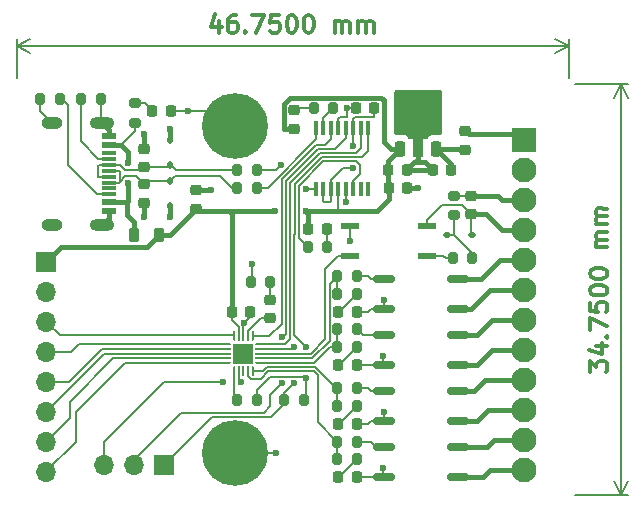
<source format=gbr>
%TF.GenerationSoftware,KiCad,Pcbnew,8.0.5*%
%TF.CreationDate,2024-10-20T23:26:53-04:00*%
%TF.ProjectId,Sequencer,53657175-656e-4636-9572-2e6b69636164,rev?*%
%TF.SameCoordinates,Original*%
%TF.FileFunction,Copper,L1,Top*%
%TF.FilePolarity,Positive*%
%FSLAX46Y46*%
G04 Gerber Fmt 4.6, Leading zero omitted, Abs format (unit mm)*
G04 Created by KiCad (PCBNEW 8.0.5) date 2024-10-20 23:26:53*
%MOMM*%
%LPD*%
G01*
G04 APERTURE LIST*
G04 Aperture macros list*
%AMRoundRect*
0 Rectangle with rounded corners*
0 $1 Rounding radius*
0 $2 $3 $4 $5 $6 $7 $8 $9 X,Y pos of 4 corners*
0 Add a 4 corners polygon primitive as box body*
4,1,4,$2,$3,$4,$5,$6,$7,$8,$9,$2,$3,0*
0 Add four circle primitives for the rounded corners*
1,1,$1+$1,$2,$3*
1,1,$1+$1,$4,$5*
1,1,$1+$1,$6,$7*
1,1,$1+$1,$8,$9*
0 Add four rect primitives between the rounded corners*
20,1,$1+$1,$2,$3,$4,$5,0*
20,1,$1+$1,$4,$5,$6,$7,0*
20,1,$1+$1,$6,$7,$8,$9,0*
20,1,$1+$1,$8,$9,$2,$3,0*%
%AMFreePoly0*
4,1,14,0.334644,0.085355,0.385355,0.034644,0.400000,-0.000711,0.400000,-0.050000,0.385355,-0.085355,0.350000,-0.100000,-0.350000,-0.100000,-0.385355,-0.085355,-0.400000,-0.050000,-0.400000,0.050000,-0.385355,0.085355,-0.350000,0.100000,0.299289,0.100000,0.334644,0.085355,0.334644,0.085355,$1*%
%AMFreePoly1*
4,1,14,0.385355,0.085355,0.400000,0.050000,0.400000,0.000711,0.385355,-0.034644,0.334644,-0.085355,0.299289,-0.100000,-0.350000,-0.100000,-0.385355,-0.085355,-0.400000,-0.050000,-0.400000,0.050000,-0.385355,0.085355,-0.350000,0.100000,0.350000,0.100000,0.385355,0.085355,0.385355,0.085355,$1*%
%AMFreePoly2*
4,1,14,0.085355,0.385355,0.100000,0.350000,0.100000,-0.350000,0.085355,-0.385355,0.050000,-0.400000,-0.050000,-0.400000,-0.085355,-0.385355,-0.100000,-0.350000,-0.100000,0.299289,-0.085355,0.334644,-0.034644,0.385355,0.000711,0.400000,0.050000,0.400000,0.085355,0.385355,0.085355,0.385355,$1*%
%AMFreePoly3*
4,1,14,0.034644,0.385355,0.085355,0.334644,0.100000,0.299289,0.100000,-0.350000,0.085355,-0.385355,0.050000,-0.400000,-0.050000,-0.400000,-0.085355,-0.385355,-0.100000,-0.350000,-0.100000,0.350000,-0.085355,0.385355,-0.050000,0.400000,-0.000711,0.400000,0.034644,0.385355,0.034644,0.385355,$1*%
%AMFreePoly4*
4,1,14,0.385355,0.085355,0.400000,0.050000,0.400000,-0.050000,0.385355,-0.085355,0.350000,-0.100000,-0.299289,-0.100000,-0.334644,-0.085355,-0.385355,-0.034644,-0.400000,0.000711,-0.400000,0.050000,-0.385355,0.085355,-0.350000,0.100000,0.350000,0.100000,0.385355,0.085355,0.385355,0.085355,$1*%
%AMFreePoly5*
4,1,14,0.385355,0.085355,0.400000,0.050000,0.400000,-0.050000,0.385355,-0.085355,0.350000,-0.100000,-0.350000,-0.100000,-0.385355,-0.085355,-0.400000,-0.050000,-0.400000,-0.000711,-0.385355,0.034644,-0.334644,0.085355,-0.299289,0.100000,0.350000,0.100000,0.385355,0.085355,0.385355,0.085355,$1*%
%AMFreePoly6*
4,1,14,0.085355,0.385355,0.100000,0.350000,0.100000,-0.299289,0.085355,-0.334644,0.034644,-0.385355,-0.000711,-0.400000,-0.050000,-0.400000,-0.085355,-0.385355,-0.100000,-0.350000,-0.100000,0.350000,-0.085355,0.385355,-0.050000,0.400000,0.050000,0.400000,0.085355,0.385355,0.085355,0.385355,$1*%
%AMFreePoly7*
4,1,14,0.085355,0.385355,0.100000,0.350000,0.100000,-0.350000,0.085355,-0.385355,0.050000,-0.400000,0.000711,-0.400000,-0.034644,-0.385355,-0.085355,-0.334644,-0.100000,-0.299289,-0.100000,0.350000,-0.085355,0.385355,-0.050000,0.400000,0.050000,0.400000,0.085355,0.385355,0.085355,0.385355,$1*%
%AMFreePoly8*
4,1,9,3.862500,-0.866500,0.737500,-0.866500,0.737500,-0.450000,-0.737500,-0.450000,-0.737500,0.450000,0.737500,0.450000,0.737500,0.866500,3.862500,0.866500,3.862500,-0.866500,3.862500,-0.866500,$1*%
G04 Aperture macros list end*
%ADD10C,0.300000*%
%TA.AperFunction,NonConductor*%
%ADD11C,0.300000*%
%TD*%
%TA.AperFunction,NonConductor*%
%ADD12C,0.200000*%
%TD*%
%TA.AperFunction,SMDPad,CuDef*%
%ADD13RoundRect,0.218750X-0.256250X0.218750X-0.256250X-0.218750X0.256250X-0.218750X0.256250X0.218750X0*%
%TD*%
%TA.AperFunction,SMDPad,CuDef*%
%ADD14RoundRect,0.225000X-0.225000X-0.250000X0.225000X-0.250000X0.225000X0.250000X-0.225000X0.250000X0*%
%TD*%
%TA.AperFunction,SMDPad,CuDef*%
%ADD15RoundRect,0.225000X0.225000X0.250000X-0.225000X0.250000X-0.225000X-0.250000X0.225000X-0.250000X0*%
%TD*%
%TA.AperFunction,SMDPad,CuDef*%
%ADD16RoundRect,0.150000X-0.750000X-0.150000X0.750000X-0.150000X0.750000X0.150000X-0.750000X0.150000X0*%
%TD*%
%TA.AperFunction,SMDPad,CuDef*%
%ADD17R,1.240000X0.600000*%
%TD*%
%TA.AperFunction,SMDPad,CuDef*%
%ADD18R,1.240000X0.300000*%
%TD*%
%TA.AperFunction,ComponentPad*%
%ADD19O,2.100000X1.000000*%
%TD*%
%TA.AperFunction,ComponentPad*%
%ADD20O,1.800000X1.000000*%
%TD*%
%TA.AperFunction,SMDPad,CuDef*%
%ADD21FreePoly0,270.000000*%
%TD*%
%TA.AperFunction,SMDPad,CuDef*%
%ADD22RoundRect,0.050000X-0.050000X0.350000X-0.050000X-0.350000X0.050000X-0.350000X0.050000X0.350000X0*%
%TD*%
%TA.AperFunction,SMDPad,CuDef*%
%ADD23FreePoly1,270.000000*%
%TD*%
%TA.AperFunction,SMDPad,CuDef*%
%ADD24FreePoly2,270.000000*%
%TD*%
%TA.AperFunction,SMDPad,CuDef*%
%ADD25RoundRect,0.050000X-0.350000X0.050000X-0.350000X-0.050000X0.350000X-0.050000X0.350000X0.050000X0*%
%TD*%
%TA.AperFunction,SMDPad,CuDef*%
%ADD26FreePoly3,270.000000*%
%TD*%
%TA.AperFunction,SMDPad,CuDef*%
%ADD27FreePoly4,270.000000*%
%TD*%
%TA.AperFunction,SMDPad,CuDef*%
%ADD28FreePoly5,270.000000*%
%TD*%
%TA.AperFunction,SMDPad,CuDef*%
%ADD29FreePoly6,270.000000*%
%TD*%
%TA.AperFunction,SMDPad,CuDef*%
%ADD30FreePoly7,270.000000*%
%TD*%
%TA.AperFunction,HeatsinkPad*%
%ADD31R,1.700000X1.700000*%
%TD*%
%TA.AperFunction,SMDPad,CuDef*%
%ADD32RoundRect,0.200000X0.200000X0.275000X-0.200000X0.275000X-0.200000X-0.275000X0.200000X-0.275000X0*%
%TD*%
%TA.AperFunction,SMDPad,CuDef*%
%ADD33RoundRect,0.200000X-0.200000X-0.275000X0.200000X-0.275000X0.200000X0.275000X-0.200000X0.275000X0*%
%TD*%
%TA.AperFunction,SMDPad,CuDef*%
%ADD34RoundRect,0.137500X0.662500X0.137500X-0.662500X0.137500X-0.662500X-0.137500X0.662500X-0.137500X0*%
%TD*%
%TA.AperFunction,SMDPad,CuDef*%
%ADD35RoundRect,0.225000X0.250000X-0.225000X0.250000X0.225000X-0.250000X0.225000X-0.250000X-0.225000X0*%
%TD*%
%TA.AperFunction,SMDPad,CuDef*%
%ADD36RoundRect,0.112500X-0.112500X0.187500X-0.112500X-0.187500X0.112500X-0.187500X0.112500X0.187500X0*%
%TD*%
%TA.AperFunction,SMDPad,CuDef*%
%ADD37RoundRect,0.218750X0.218750X0.256250X-0.218750X0.256250X-0.218750X-0.256250X0.218750X-0.256250X0*%
%TD*%
%TA.AperFunction,SMDPad,CuDef*%
%ADD38RoundRect,0.218750X-0.218750X-0.381250X0.218750X-0.381250X0.218750X0.381250X-0.218750X0.381250X0*%
%TD*%
%TA.AperFunction,SMDPad,CuDef*%
%ADD39RoundRect,0.225000X0.225000X-0.425000X0.225000X0.425000X-0.225000X0.425000X-0.225000X-0.425000X0*%
%TD*%
%TA.AperFunction,SMDPad,CuDef*%
%ADD40FreePoly8,90.000000*%
%TD*%
%TA.AperFunction,SMDPad,CuDef*%
%ADD41R,0.400000X1.200000*%
%TD*%
%TA.AperFunction,SMDPad,CuDef*%
%ADD42RoundRect,0.200000X-0.275000X0.200000X-0.275000X-0.200000X0.275000X-0.200000X0.275000X0.200000X0*%
%TD*%
%TA.AperFunction,ComponentPad*%
%ADD43R,1.700000X1.700000*%
%TD*%
%TA.AperFunction,ComponentPad*%
%ADD44O,1.700000X1.700000*%
%TD*%
%TA.AperFunction,SMDPad,CuDef*%
%ADD45RoundRect,0.225000X-0.250000X0.225000X-0.250000X-0.225000X0.250000X-0.225000X0.250000X0.225000X0*%
%TD*%
%TA.AperFunction,SMDPad,CuDef*%
%ADD46RoundRect,0.112500X-0.187500X-0.112500X0.187500X-0.112500X0.187500X0.112500X-0.187500X0.112500X0*%
%TD*%
%TA.AperFunction,SMDPad,CuDef*%
%ADD47RoundRect,0.112500X0.112500X-0.187500X0.112500X0.187500X-0.112500X0.187500X-0.112500X-0.187500X0*%
%TD*%
%TA.AperFunction,SMDPad,CuDef*%
%ADD48RoundRect,0.218750X0.256250X-0.218750X0.256250X0.218750X-0.256250X0.218750X-0.256250X-0.218750X0*%
%TD*%
%TA.AperFunction,ComponentPad*%
%ADD49C,2.100000*%
%TD*%
%TA.AperFunction,ComponentPad*%
%ADD50R,2.100000X2.100000*%
%TD*%
%TA.AperFunction,ViaPad*%
%ADD51C,0.600000*%
%TD*%
%TA.AperFunction,ViaPad*%
%ADD52C,5.560000*%
%TD*%
%TA.AperFunction,Conductor*%
%ADD53C,0.400000*%
%TD*%
%TA.AperFunction,Conductor*%
%ADD54C,0.200000*%
%TD*%
%TA.AperFunction,Conductor*%
%ADD55C,0.152400*%
%TD*%
G04 APERTURE END LIST*
D10*
D11*
X181027448Y-73626016D02*
X181027983Y-72697444D01*
X181027983Y-72697444D02*
X181599124Y-73197773D01*
X181599124Y-73197773D02*
X181599247Y-72983488D01*
X181599247Y-72983488D02*
X181670758Y-72840672D01*
X181670758Y-72840672D02*
X181742227Y-72769284D01*
X181742227Y-72769284D02*
X181885126Y-72697938D01*
X181885126Y-72697938D02*
X182242268Y-72698143D01*
X182242268Y-72698143D02*
X182385084Y-72769654D01*
X182385084Y-72769654D02*
X182456472Y-72841124D01*
X182456472Y-72841124D02*
X182527818Y-72984022D01*
X182527818Y-72984022D02*
X182527572Y-73412593D01*
X182527572Y-73412593D02*
X182456061Y-73555409D01*
X182456061Y-73555409D02*
X182384591Y-73626797D01*
X181528723Y-71412019D02*
X182528723Y-71412594D01*
X180957089Y-71768832D02*
X182028312Y-72126592D01*
X182028312Y-72126592D02*
X182028846Y-71198021D01*
X182386318Y-70626798D02*
X182457787Y-70555411D01*
X182457787Y-70555411D02*
X182529175Y-70626880D01*
X182529175Y-70626880D02*
X182457705Y-70698268D01*
X182457705Y-70698268D02*
X182386318Y-70626798D01*
X182386318Y-70626798D02*
X182529175Y-70626880D01*
X181029504Y-70054588D02*
X181030079Y-69054588D01*
X181030079Y-69054588D02*
X182529709Y-69698309D01*
X181030819Y-67768875D02*
X181030408Y-68483160D01*
X181030408Y-68483160D02*
X181744653Y-68555000D01*
X181744653Y-68555000D02*
X181673265Y-68483530D01*
X181673265Y-68483530D02*
X181601919Y-68340632D01*
X181601919Y-68340632D02*
X181602125Y-67983489D01*
X181602125Y-67983489D02*
X181673635Y-67840673D01*
X181673635Y-67840673D02*
X181745105Y-67769286D01*
X181745105Y-67769286D02*
X181888003Y-67697940D01*
X181888003Y-67697940D02*
X182245146Y-67698145D01*
X182245146Y-67698145D02*
X182387962Y-67769656D01*
X182387962Y-67769656D02*
X182459350Y-67841126D01*
X182459350Y-67841126D02*
X182530696Y-67984024D01*
X182530696Y-67984024D02*
X182530490Y-68341167D01*
X182530490Y-68341167D02*
X182458980Y-68483983D01*
X182458980Y-68483983D02*
X182387510Y-68555370D01*
X181031395Y-66768875D02*
X181031477Y-66626018D01*
X181031477Y-66626018D02*
X181102988Y-66483202D01*
X181102988Y-66483202D02*
X181174458Y-66411815D01*
X181174458Y-66411815D02*
X181317356Y-66340469D01*
X181317356Y-66340469D02*
X181603111Y-66269204D01*
X181603111Y-66269204D02*
X181960254Y-66269410D01*
X181960254Y-66269410D02*
X182245927Y-66341003D01*
X182245927Y-66341003D02*
X182388743Y-66412514D01*
X182388743Y-66412514D02*
X182460131Y-66483983D01*
X182460131Y-66483983D02*
X182531477Y-66626882D01*
X182531477Y-66626882D02*
X182531395Y-66769739D01*
X182531395Y-66769739D02*
X182459884Y-66912555D01*
X182459884Y-66912555D02*
X182388414Y-66983942D01*
X182388414Y-66983942D02*
X182245516Y-67055289D01*
X182245516Y-67055289D02*
X181959761Y-67126553D01*
X181959761Y-67126553D02*
X181602618Y-67126347D01*
X181602618Y-67126347D02*
X181316945Y-67054754D01*
X181316945Y-67054754D02*
X181174129Y-66983243D01*
X181174129Y-66983243D02*
X181102741Y-66911774D01*
X181102741Y-66911774D02*
X181031395Y-66768875D01*
X181032217Y-65340305D02*
X181032299Y-65197448D01*
X181032299Y-65197448D02*
X181103810Y-65054632D01*
X181103810Y-65054632D02*
X181175280Y-64983244D01*
X181175280Y-64983244D02*
X181318178Y-64911898D01*
X181318178Y-64911898D02*
X181603933Y-64840634D01*
X181603933Y-64840634D02*
X181961076Y-64840839D01*
X181961076Y-64840839D02*
X182246749Y-64912432D01*
X182246749Y-64912432D02*
X182389565Y-64983943D01*
X182389565Y-64983943D02*
X182460953Y-65055413D01*
X182460953Y-65055413D02*
X182532299Y-65198311D01*
X182532299Y-65198311D02*
X182532217Y-65341168D01*
X182532217Y-65341168D02*
X182460706Y-65483984D01*
X182460706Y-65483984D02*
X182389236Y-65555371D01*
X182389236Y-65555371D02*
X182246338Y-65626718D01*
X182246338Y-65626718D02*
X181960583Y-65697982D01*
X181960583Y-65697982D02*
X181603440Y-65697776D01*
X181603440Y-65697776D02*
X181317767Y-65626183D01*
X181317767Y-65626183D02*
X181174951Y-65554673D01*
X181174951Y-65554673D02*
X181103564Y-65483203D01*
X181103564Y-65483203D02*
X181032217Y-65340305D01*
X182533532Y-63055455D02*
X181533533Y-63054879D01*
X181676390Y-63054961D02*
X181605002Y-62983492D01*
X181605002Y-62983492D02*
X181533656Y-62840593D01*
X181533656Y-62840593D02*
X181533779Y-62626308D01*
X181533779Y-62626308D02*
X181605290Y-62483492D01*
X181605290Y-62483492D02*
X181748188Y-62412145D01*
X181748188Y-62412145D02*
X182533902Y-62412598D01*
X181748188Y-62412145D02*
X181605372Y-62340635D01*
X181605372Y-62340635D02*
X181534026Y-62197736D01*
X181534026Y-62197736D02*
X181534149Y-61983451D01*
X181534149Y-61983451D02*
X181605660Y-61840635D01*
X181605660Y-61840635D02*
X181748558Y-61769288D01*
X181748558Y-61769288D02*
X182534272Y-61769741D01*
X182534684Y-61055455D02*
X181534684Y-61054879D01*
X181677541Y-61054962D02*
X181606153Y-60983492D01*
X181606153Y-60983492D02*
X181534807Y-60840594D01*
X181534807Y-60840594D02*
X181534930Y-60626308D01*
X181534930Y-60626308D02*
X181606441Y-60483492D01*
X181606441Y-60483492D02*
X181749339Y-60412146D01*
X181749339Y-60412146D02*
X182535054Y-60412598D01*
X181749339Y-60412146D02*
X181606523Y-60340635D01*
X181606523Y-60340635D02*
X181535177Y-60197737D01*
X181535177Y-60197737D02*
X181535300Y-59983451D01*
X181535300Y-59983451D02*
X181606811Y-59840635D01*
X181606811Y-59840635D02*
X181749709Y-59769289D01*
X181749709Y-59769289D02*
X182535424Y-59769741D01*
D12*
X179770000Y-49250288D02*
X184249569Y-49252866D01*
X179750000Y-84000288D02*
X184229569Y-84002866D01*
X183663149Y-49252528D02*
X183643149Y-84002528D01*
X183663149Y-49252528D02*
X183643149Y-84002528D01*
X183663149Y-49252528D02*
X184248921Y-50379369D01*
X183663149Y-49252528D02*
X183076080Y-50378694D01*
X183643149Y-84002528D02*
X183057377Y-82875687D01*
X183643149Y-84002528D02*
X184230218Y-82876362D01*
D10*
D11*
X149660716Y-43878328D02*
X149660716Y-44878328D01*
X149303573Y-43306900D02*
X148946430Y-44378328D01*
X148946430Y-44378328D02*
X149875001Y-44378328D01*
X151089287Y-43378328D02*
X150803572Y-43378328D01*
X150803572Y-43378328D02*
X150660715Y-43449757D01*
X150660715Y-43449757D02*
X150589287Y-43521185D01*
X150589287Y-43521185D02*
X150446429Y-43735471D01*
X150446429Y-43735471D02*
X150375001Y-44021185D01*
X150375001Y-44021185D02*
X150375001Y-44592614D01*
X150375001Y-44592614D02*
X150446429Y-44735471D01*
X150446429Y-44735471D02*
X150517858Y-44806900D01*
X150517858Y-44806900D02*
X150660715Y-44878328D01*
X150660715Y-44878328D02*
X150946429Y-44878328D01*
X150946429Y-44878328D02*
X151089287Y-44806900D01*
X151089287Y-44806900D02*
X151160715Y-44735471D01*
X151160715Y-44735471D02*
X151232144Y-44592614D01*
X151232144Y-44592614D02*
X151232144Y-44235471D01*
X151232144Y-44235471D02*
X151160715Y-44092614D01*
X151160715Y-44092614D02*
X151089287Y-44021185D01*
X151089287Y-44021185D02*
X150946429Y-43949757D01*
X150946429Y-43949757D02*
X150660715Y-43949757D01*
X150660715Y-43949757D02*
X150517858Y-44021185D01*
X150517858Y-44021185D02*
X150446429Y-44092614D01*
X150446429Y-44092614D02*
X150375001Y-44235471D01*
X151875000Y-44735471D02*
X151946429Y-44806900D01*
X151946429Y-44806900D02*
X151875000Y-44878328D01*
X151875000Y-44878328D02*
X151803572Y-44806900D01*
X151803572Y-44806900D02*
X151875000Y-44735471D01*
X151875000Y-44735471D02*
X151875000Y-44878328D01*
X152446429Y-43378328D02*
X153446429Y-43378328D01*
X153446429Y-43378328D02*
X152803572Y-44878328D01*
X154732143Y-43378328D02*
X154017857Y-43378328D01*
X154017857Y-43378328D02*
X153946429Y-44092614D01*
X153946429Y-44092614D02*
X154017857Y-44021185D01*
X154017857Y-44021185D02*
X154160715Y-43949757D01*
X154160715Y-43949757D02*
X154517857Y-43949757D01*
X154517857Y-43949757D02*
X154660715Y-44021185D01*
X154660715Y-44021185D02*
X154732143Y-44092614D01*
X154732143Y-44092614D02*
X154803572Y-44235471D01*
X154803572Y-44235471D02*
X154803572Y-44592614D01*
X154803572Y-44592614D02*
X154732143Y-44735471D01*
X154732143Y-44735471D02*
X154660715Y-44806900D01*
X154660715Y-44806900D02*
X154517857Y-44878328D01*
X154517857Y-44878328D02*
X154160715Y-44878328D01*
X154160715Y-44878328D02*
X154017857Y-44806900D01*
X154017857Y-44806900D02*
X153946429Y-44735471D01*
X155732143Y-43378328D02*
X155875000Y-43378328D01*
X155875000Y-43378328D02*
X156017857Y-43449757D01*
X156017857Y-43449757D02*
X156089286Y-43521185D01*
X156089286Y-43521185D02*
X156160714Y-43664042D01*
X156160714Y-43664042D02*
X156232143Y-43949757D01*
X156232143Y-43949757D02*
X156232143Y-44306900D01*
X156232143Y-44306900D02*
X156160714Y-44592614D01*
X156160714Y-44592614D02*
X156089286Y-44735471D01*
X156089286Y-44735471D02*
X156017857Y-44806900D01*
X156017857Y-44806900D02*
X155875000Y-44878328D01*
X155875000Y-44878328D02*
X155732143Y-44878328D01*
X155732143Y-44878328D02*
X155589286Y-44806900D01*
X155589286Y-44806900D02*
X155517857Y-44735471D01*
X155517857Y-44735471D02*
X155446428Y-44592614D01*
X155446428Y-44592614D02*
X155375000Y-44306900D01*
X155375000Y-44306900D02*
X155375000Y-43949757D01*
X155375000Y-43949757D02*
X155446428Y-43664042D01*
X155446428Y-43664042D02*
X155517857Y-43521185D01*
X155517857Y-43521185D02*
X155589286Y-43449757D01*
X155589286Y-43449757D02*
X155732143Y-43378328D01*
X157160714Y-43378328D02*
X157303571Y-43378328D01*
X157303571Y-43378328D02*
X157446428Y-43449757D01*
X157446428Y-43449757D02*
X157517857Y-43521185D01*
X157517857Y-43521185D02*
X157589285Y-43664042D01*
X157589285Y-43664042D02*
X157660714Y-43949757D01*
X157660714Y-43949757D02*
X157660714Y-44306900D01*
X157660714Y-44306900D02*
X157589285Y-44592614D01*
X157589285Y-44592614D02*
X157517857Y-44735471D01*
X157517857Y-44735471D02*
X157446428Y-44806900D01*
X157446428Y-44806900D02*
X157303571Y-44878328D01*
X157303571Y-44878328D02*
X157160714Y-44878328D01*
X157160714Y-44878328D02*
X157017857Y-44806900D01*
X157017857Y-44806900D02*
X156946428Y-44735471D01*
X156946428Y-44735471D02*
X156874999Y-44592614D01*
X156874999Y-44592614D02*
X156803571Y-44306900D01*
X156803571Y-44306900D02*
X156803571Y-43949757D01*
X156803571Y-43949757D02*
X156874999Y-43664042D01*
X156874999Y-43664042D02*
X156946428Y-43521185D01*
X156946428Y-43521185D02*
X157017857Y-43449757D01*
X157017857Y-43449757D02*
X157160714Y-43378328D01*
X159446427Y-44878328D02*
X159446427Y-43878328D01*
X159446427Y-44021185D02*
X159517856Y-43949757D01*
X159517856Y-43949757D02*
X159660713Y-43878328D01*
X159660713Y-43878328D02*
X159874999Y-43878328D01*
X159874999Y-43878328D02*
X160017856Y-43949757D01*
X160017856Y-43949757D02*
X160089285Y-44092614D01*
X160089285Y-44092614D02*
X160089285Y-44878328D01*
X160089285Y-44092614D02*
X160160713Y-43949757D01*
X160160713Y-43949757D02*
X160303570Y-43878328D01*
X160303570Y-43878328D02*
X160517856Y-43878328D01*
X160517856Y-43878328D02*
X160660713Y-43949757D01*
X160660713Y-43949757D02*
X160732142Y-44092614D01*
X160732142Y-44092614D02*
X160732142Y-44878328D01*
X161446427Y-44878328D02*
X161446427Y-43878328D01*
X161446427Y-44021185D02*
X161517856Y-43949757D01*
X161517856Y-43949757D02*
X161660713Y-43878328D01*
X161660713Y-43878328D02*
X161874999Y-43878328D01*
X161874999Y-43878328D02*
X162017856Y-43949757D01*
X162017856Y-43949757D02*
X162089285Y-44092614D01*
X162089285Y-44092614D02*
X162089285Y-44878328D01*
X162089285Y-44092614D02*
X162160713Y-43949757D01*
X162160713Y-43949757D02*
X162303570Y-43878328D01*
X162303570Y-43878328D02*
X162517856Y-43878328D01*
X162517856Y-43878328D02*
X162660713Y-43949757D01*
X162660713Y-43949757D02*
X162732142Y-44092614D01*
X162732142Y-44092614D02*
X162732142Y-44878328D01*
D12*
X132500000Y-48750000D02*
X132500000Y-45413580D01*
X179250000Y-48750000D02*
X179250000Y-45413580D01*
X132500000Y-46000000D02*
X179250000Y-46000000D01*
X132500000Y-46000000D02*
X179250000Y-46000000D01*
X132500000Y-46000000D02*
X133626504Y-45413579D01*
X132500000Y-46000000D02*
X133626504Y-46586421D01*
X179250000Y-46000000D02*
X178123496Y-46586421D01*
X179250000Y-46000000D02*
X178123496Y-45413579D01*
D13*
%TO.P,D9,1,K*%
%TO.N,Net-(D9-K)*%
X154000000Y-67500000D03*
%TO.P,D9,2,A*%
%TO.N,/LED*%
X154000000Y-69075000D03*
%TD*%
D14*
%TO.P,C2,1*%
%TO.N,/5V*%
X163995000Y-58000000D03*
%TO.P,C2,2*%
%TO.N,GND*%
X165545000Y-58000000D03*
%TD*%
D15*
%TO.P,C4,1*%
%TO.N,Net-(D10-K)*%
X169275000Y-56500000D03*
%TO.P,C4,2*%
%TO.N,GND*%
X167725000Y-56500000D03*
%TD*%
D16*
%TO.P,U4,1*%
%TO.N,Net-(R3-Pad2)*%
X163600000Y-75230000D03*
%TO.P,U4,2*%
%TO.N,GND*%
X163600000Y-77770000D03*
%TO.P,U4,3*%
%TO.N,Net-(J1-Pin_10)*%
X169900000Y-77770000D03*
%TO.P,U4,4*%
%TO.N,Net-(J1-Pin_9)*%
X169900000Y-75230000D03*
%TD*%
D17*
%TO.P,J3,A1,GND*%
%TO.N,GND*%
X140300000Y-53620000D03*
%TO.P,J3,A4,VBUS*%
%TO.N,Net-(FB1-Pad1)*%
X140300000Y-54420000D03*
D18*
%TO.P,J3,A5,CC1*%
%TO.N,Net-(J3-CC1)*%
X140300000Y-55570000D03*
%TO.P,J3,A6,D+*%
%TO.N,Net-(D11-K)*%
X140300000Y-56570000D03*
%TO.P,J3,A7,D-*%
%TO.N,Net-(D12-K)*%
X140300000Y-57070000D03*
%TO.P,J3,A8,SBU1*%
%TO.N,unconnected-(J3-SBU1-PadA8)*%
X140300000Y-58070000D03*
D17*
%TO.P,J3,A9,VBUS*%
%TO.N,Net-(FB1-Pad1)*%
X140300000Y-59220000D03*
%TO.P,J3,A12,GND*%
%TO.N,GND*%
X140300000Y-60020000D03*
%TO.P,J3,B1,GND*%
X140300000Y-60020000D03*
%TO.P,J3,B4,VBUS*%
%TO.N,Net-(FB1-Pad1)*%
X140300000Y-59220000D03*
D18*
%TO.P,J3,B5,CC2*%
%TO.N,Net-(J3-CC2)*%
X140300000Y-58570000D03*
%TO.P,J3,B6,D+*%
%TO.N,Net-(D11-K)*%
X140300000Y-57570000D03*
%TO.P,J3,B7,D-*%
%TO.N,Net-(D12-K)*%
X140300000Y-56070000D03*
%TO.P,J3,B8,SBU2*%
%TO.N,unconnected-(J3-SBU2-PadB8)*%
X140300000Y-55070000D03*
D17*
%TO.P,J3,B9,VBUS*%
%TO.N,Net-(FB1-Pad1)*%
X140300000Y-54420000D03*
%TO.P,J3,B12,GND*%
%TO.N,GND*%
X140300000Y-53620000D03*
D19*
%TO.P,J3,S1,SHIELD*%
X139700000Y-52500000D03*
D20*
X135500000Y-52500000D03*
D19*
X139700000Y-61140000D03*
D20*
X135500000Y-61140000D03*
%TD*%
D21*
%TO.P,U9,1,PA2*%
%TO.N,/CTS\u005C*%
X152500000Y-70600000D03*
D22*
%TO.P,U9,2,PA3*%
%TO.N,/LED*%
X152100000Y-70600000D03*
%TO.P,U9,3,GND*%
%TO.N,GND*%
X151700000Y-70600000D03*
%TO.P,U9,4,VCC*%
%TO.N,/5V*%
X151300000Y-70600000D03*
D23*
%TO.P,U9,5,PA4*%
%TO.N,/X1*%
X150900000Y-70600000D03*
D24*
%TO.P,U9,6,PA5*%
%TO.N,/X2*%
X150250000Y-71250000D03*
D25*
%TO.P,U9,7,PA6*%
%TO.N,/X3*%
X150250000Y-71650000D03*
%TO.P,U9,8,PA7*%
%TO.N,/X4*%
X150250000Y-72050000D03*
%TO.P,U9,9,PB5*%
%TO.N,/X5*%
X150250000Y-72450000D03*
D26*
%TO.P,U9,10,PB4*%
%TO.N,/X6*%
X150250000Y-72850000D03*
D27*
%TO.P,U9,11,PB3*%
%TO.N,/RXD_M*%
X150900000Y-73500000D03*
D22*
%TO.P,U9,12,PB2*%
%TO.N,/TXD_M*%
X151300000Y-73500000D03*
%TO.P,U9,13,PB1*%
%TO.N,unconnected-(U9-PB1-Pad13)*%
X151700000Y-73500000D03*
%TO.P,U9,14,PB0*%
%TO.N,/SEQ4*%
X152100000Y-73500000D03*
D28*
%TO.P,U9,15,PC0*%
%TO.N,/SEQ3*%
X152500000Y-73500000D03*
D29*
%TO.P,U9,16,PC1*%
%TO.N,/SEQ2*%
X153150000Y-72850000D03*
D25*
%TO.P,U9,17,PC2*%
%TO.N,/SEQ1*%
X153150000Y-72450000D03*
%TO.P,U9,18,PC3*%
%TO.N,/KEY_M*%
X153150000Y-72050000D03*
%TO.P,U9,19,~{RESET}/PA0*%
%TO.N,/UPDI*%
X153150000Y-71650000D03*
D30*
%TO.P,U9,20,PA1*%
%TO.N,/RTS\u005C*%
X153150000Y-71250000D03*
D31*
%TO.P,U9,21,GND*%
%TO.N,GND*%
X151700000Y-72050000D03*
%TD*%
D32*
%TO.P,R20,1*%
%TO.N,Net-(D5-K)*%
X171075000Y-64000000D03*
%TO.P,R20,2*%
%TO.N,Net-(R20-Pad2)*%
X169425000Y-64000000D03*
%TD*%
D14*
%TO.P,C9,1*%
%TO.N,/5V*%
X150725000Y-68500000D03*
%TO.P,C9,2*%
%TO.N,GND*%
X152275000Y-68500000D03*
%TD*%
D33*
%TO.P,R19,1*%
%TO.N,GND*%
X134500000Y-50500000D03*
%TO.P,R19,2*%
%TO.N,Net-(J3-CC2)*%
X136150000Y-50500000D03*
%TD*%
D16*
%TO.P,U5,1*%
%TO.N,Net-(R4-Pad2)*%
X163600000Y-79980000D03*
%TO.P,U5,2*%
%TO.N,GND*%
X163600000Y-82520000D03*
%TO.P,U5,3*%
%TO.N,Net-(J1-Pin_12)*%
X169900000Y-82520000D03*
%TO.P,U5,4*%
%TO.N,Net-(J1-Pin_11)*%
X169900000Y-79980000D03*
%TD*%
D32*
%TO.P,R17,1*%
%TO.N,Net-(D9-K)*%
X154000000Y-66000000D03*
%TO.P,R17,2*%
%TO.N,GND*%
X152350000Y-66000000D03*
%TD*%
D34*
%TO.P,U8,1*%
%TO.N,Net-(R20-Pad2)*%
X167250000Y-63770000D03*
%TO.P,U8,3*%
%TO.N,/KEY-*%
X167250000Y-61230000D03*
%TO.P,U8,4*%
%TO.N,GND*%
X160750000Y-61230000D03*
%TO.P,U8,6*%
%TO.N,/KEY_M*%
X160750000Y-63770000D03*
%TD*%
D33*
%TO.P,R6,1*%
%TO.N,/SEQ2*%
X159675000Y-71500000D03*
%TO.P,R6,2*%
%TO.N,Net-(D2-A)*%
X161325000Y-71500000D03*
%TD*%
D35*
%TO.P,C1,1*%
%TO.N,Net-(D12-K)*%
X143325000Y-56275000D03*
%TO.P,C1,2*%
%TO.N,GND*%
X143325000Y-54725000D03*
%TD*%
D32*
%TO.P,R18,1*%
%TO.N,GND*%
X139650000Y-50500000D03*
%TO.P,R18,2*%
%TO.N,Net-(J3-CC1)*%
X138000000Y-50500000D03*
%TD*%
D36*
%TO.P,D11,1,K*%
%TO.N,Net-(D11-K)*%
X145500000Y-57450000D03*
%TO.P,D11,2,A*%
%TO.N,GND*%
X145500000Y-59550000D03*
%TD*%
D37*
%TO.P,D3,1,K*%
%TO.N,GND*%
X161287500Y-78000000D03*
%TO.P,D3,2,A*%
%TO.N,Net-(D3-A)*%
X159712500Y-78000000D03*
%TD*%
D33*
%TO.P,R1,1*%
%TO.N,/SEQ1*%
X159675000Y-65500000D03*
%TO.P,R1,2*%
%TO.N,Net-(R1-Pad2)*%
X161325000Y-65500000D03*
%TD*%
D13*
%TO.P,D8,1,K*%
%TO.N,Net-(D8-K)*%
X156000000Y-51425000D03*
%TO.P,D8,2,A*%
%TO.N,/5V*%
X156000000Y-53000000D03*
%TD*%
D38*
%TO.P,FB1,1*%
%TO.N,Net-(FB1-Pad1)*%
X142437500Y-62000000D03*
%TO.P,FB1,2*%
%TO.N,/5V*%
X144562500Y-62000000D03*
%TD*%
D37*
%TO.P,D7,1,K*%
%TO.N,Net-(D7-K)*%
X158787500Y-61500000D03*
%TO.P,D7,2,A*%
%TO.N,/5V*%
X157212500Y-61500000D03*
%TD*%
%TO.P,D6,1,K*%
%TO.N,GND*%
X145575000Y-51500000D03*
%TO.P,D6,2,A*%
%TO.N,Net-(D6-A)*%
X144000000Y-51500000D03*
%TD*%
D39*
%TO.P,U6,1,OUT*%
%TO.N,/5V*%
X165000000Y-54700000D03*
D40*
%TO.P,U6,2,GND*%
%TO.N,GND*%
X166500000Y-54612500D03*
D39*
%TO.P,U6,3,IN*%
%TO.N,Net-(D10-K)*%
X168000000Y-54700000D03*
%TD*%
D32*
%TO.P,R16,1*%
%TO.N,/TXLED{slash}*%
X159325000Y-51250000D03*
%TO.P,R16,2*%
%TO.N,Net-(D8-K)*%
X157675000Y-51250000D03*
%TD*%
D33*
%TO.P,R15,1*%
%TO.N,/RXLED{slash}*%
X157175000Y-63000000D03*
%TO.P,R15,2*%
%TO.N,Net-(D7-K)*%
X158825000Y-63000000D03*
%TD*%
%TO.P,R8,1*%
%TO.N,/SEQ4*%
X159675000Y-81000000D03*
%TO.P,R8,2*%
%TO.N,Net-(D4-A)*%
X161325000Y-81000000D03*
%TD*%
D32*
%TO.P,R14,1*%
%TO.N,/D+M*%
X152825000Y-58000000D03*
%TO.P,R14,2*%
%TO.N,Net-(D11-K)*%
X151175000Y-58000000D03*
%TD*%
D41*
%TO.P,U7,1,TXD*%
%TO.N,/TXD_U*%
X162281814Y-52959314D03*
%TO.P,U7,2,~{RTS}*%
%TO.N,/RTS\u005C*%
X161646814Y-52959314D03*
%TO.P,U7,3,VCCIO*%
%TO.N,/3V3*%
X161011814Y-52959314D03*
%TO.P,U7,4,RXD*%
%TO.N,/RXD_U*%
X160376814Y-52959314D03*
%TO.P,U7,5,GND*%
%TO.N,GND*%
X159741814Y-52959314D03*
%TO.P,U7,6,~{CTS}*%
%TO.N,/CTS\u005C*%
X159106814Y-52959314D03*
%TO.P,U7,7,CBUS2*%
%TO.N,/TXLED{slash}*%
X158471814Y-52959314D03*
%TO.P,U7,8,USBDP*%
%TO.N,/D+M*%
X157836814Y-52959314D03*
%TO.P,U7,9,USBDM*%
%TO.N,/D-M*%
X157836814Y-58159314D03*
%TO.P,U7,10,3V3OUT*%
%TO.N,/3V3*%
X158471814Y-58159314D03*
%TO.P,U7,11,~{RESET}*%
X159106814Y-58159314D03*
%TO.P,U7,12,VCC*%
%TO.N,/5V*%
X159741814Y-58159314D03*
%TO.P,U7,13,GND*%
%TO.N,GND*%
X160376814Y-58159314D03*
%TO.P,U7,14,CBUS1*%
%TO.N,/RXLED{slash}*%
X161011814Y-58159314D03*
%TO.P,U7,15,CBUS0*%
%TO.N,/TXDEN*%
X161646814Y-58159314D03*
%TO.P,U7,16,CBUS3*%
%TO.N,/SLEEP{slash}*%
X162281814Y-58159314D03*
%TD*%
D42*
%TO.P,R9,1*%
%TO.N,/KEY+*%
X169500000Y-58675000D03*
%TO.P,R9,2*%
%TO.N,Net-(D5-K)*%
X169500000Y-60325000D03*
%TD*%
D43*
%TO.P,J4,1,Pin_1*%
%TO.N,/5V*%
X135000000Y-64260000D03*
D44*
%TO.P,J4,2,Pin_2*%
%TO.N,GND*%
X135000000Y-66800000D03*
%TO.P,J4,3,Pin_3*%
%TO.N,/X1*%
X135000000Y-69340000D03*
%TO.P,J4,4,Pin_4*%
%TO.N,/X2*%
X135000000Y-71880000D03*
%TO.P,J4,5,Pin_5*%
%TO.N,/X3*%
X135000000Y-74420000D03*
%TO.P,J4,6,Pin_6*%
%TO.N,/X4*%
X135000000Y-76960000D03*
%TO.P,J4,7,Pin_7*%
%TO.N,/X5*%
X135000000Y-79500000D03*
%TO.P,J4,8,Pin_8*%
%TO.N,/X6*%
X135000000Y-82040000D03*
%TD*%
D33*
%TO.P,R7,1*%
%TO.N,/SEQ3*%
X159675000Y-76500000D03*
%TO.P,R7,2*%
%TO.N,Net-(D3-A)*%
X161325000Y-76500000D03*
%TD*%
D45*
%TO.P,C5,1*%
%TO.N,Net-(D11-K)*%
X143325000Y-57725000D03*
%TO.P,C5,2*%
%TO.N,GND*%
X143325000Y-59275000D03*
%TD*%
D37*
%TO.P,D1,1,K*%
%TO.N,GND*%
X161287500Y-68500000D03*
%TO.P,D1,2,A*%
%TO.N,Net-(D1-A)*%
X159712500Y-68500000D03*
%TD*%
%TO.P,D4,1,K*%
%TO.N,GND*%
X161287500Y-82500000D03*
%TO.P,D4,2,A*%
%TO.N,Net-(D4-A)*%
X159712500Y-82500000D03*
%TD*%
D15*
%TO.P,C7,1*%
%TO.N,/3V3*%
X162775000Y-51250000D03*
%TO.P,C7,2*%
%TO.N,GND*%
X161225000Y-51250000D03*
%TD*%
D46*
%TO.P,D5,1,K*%
%TO.N,Net-(D5-K)*%
X168950000Y-62000000D03*
%TO.P,D5,2,A*%
%TO.N,/KEY-*%
X171050000Y-62000000D03*
%TD*%
D37*
%TO.P,D2,1,K*%
%TO.N,GND*%
X161287500Y-73000000D03*
%TO.P,D2,2,A*%
%TO.N,Net-(D2-A)*%
X159712500Y-73000000D03*
%TD*%
D33*
%TO.P,R5,1*%
%TO.N,/SEQ1*%
X159675000Y-67000000D03*
%TO.P,R5,2*%
%TO.N,Net-(D1-A)*%
X161325000Y-67000000D03*
%TD*%
%TO.P,R2,1*%
%TO.N,/SEQ2*%
X159675000Y-70000000D03*
%TO.P,R2,2*%
%TO.N,Net-(R2-Pad2)*%
X161325000Y-70000000D03*
%TD*%
D47*
%TO.P,D12,1,K*%
%TO.N,Net-(D12-K)*%
X145500000Y-56050000D03*
%TO.P,D12,2,A*%
%TO.N,GND*%
X145500000Y-53950000D03*
%TD*%
D42*
%TO.P,R10,1*%
%TO.N,Net-(D6-A)*%
X142500000Y-50850000D03*
%TO.P,R10,2*%
%TO.N,Net-(FB1-Pad1)*%
X142500000Y-52500000D03*
%TD*%
D16*
%TO.P,U2,1*%
%TO.N,Net-(R1-Pad2)*%
X163600000Y-65730000D03*
%TO.P,U2,2*%
%TO.N,GND*%
X163600000Y-68270000D03*
%TO.P,U2,3*%
%TO.N,Net-(J1-Pin_6)*%
X169900000Y-68270000D03*
%TO.P,U2,4*%
%TO.N,Net-(J1-Pin_5)*%
X169900000Y-65730000D03*
%TD*%
D14*
%TO.P,C3,1*%
%TO.N,/5V*%
X163970000Y-56500000D03*
%TO.P,C3,2*%
%TO.N,GND*%
X165520000Y-56500000D03*
%TD*%
D48*
%TO.P,D10,1,K*%
%TO.N,Net-(D10-K)*%
X170500000Y-54787500D03*
%TO.P,D10,2,A*%
%TO.N,/12V*%
X170500000Y-53212500D03*
%TD*%
D35*
%TO.P,C8,1*%
%TO.N,/5V*%
X147724962Y-59775000D03*
%TO.P,C8,2*%
%TO.N,GND*%
X147724962Y-58225000D03*
%TD*%
D32*
%TO.P,R11,1*%
%TO.N,/TXD_U*%
X156825000Y-76000000D03*
%TO.P,R11,2*%
%TO.N,/UPDI*%
X155175000Y-76000000D03*
%TD*%
D43*
%TO.P,J2,1,Pin_1*%
%TO.N,/UPDI*%
X145000000Y-81500000D03*
D44*
%TO.P,J2,2,Pin_2*%
%TO.N,/RXD_U*%
X142460000Y-81500000D03*
%TO.P,J2,3,Pin_3*%
%TO.N,/TXD_M*%
X139920000Y-81500000D03*
%TD*%
D32*
%TO.P,R13,1*%
%TO.N,/D-M*%
X152825000Y-56500000D03*
%TO.P,R13,2*%
%TO.N,Net-(D12-K)*%
X151175000Y-56500000D03*
%TD*%
D49*
%TO.P,J1,12,Pin_12*%
%TO.N,Net-(J1-Pin_12)*%
X175500000Y-81940000D03*
%TO.P,J1,11,Pin_11*%
%TO.N,Net-(J1-Pin_11)*%
X175500000Y-79400000D03*
%TO.P,J1,10,Pin_10*%
%TO.N,Net-(J1-Pin_10)*%
X175500000Y-76860000D03*
%TO.P,J1,9,Pin_9*%
%TO.N,Net-(J1-Pin_9)*%
X175500000Y-74320000D03*
%TO.P,J1,8,Pin_8*%
%TO.N,Net-(J1-Pin_8)*%
X175500000Y-71780000D03*
%TO.P,J1,7,Pin_7*%
%TO.N,Net-(J1-Pin_7)*%
X175500000Y-69240000D03*
%TO.P,J1,6,Pin_6*%
%TO.N,Net-(J1-Pin_6)*%
X175500000Y-66700000D03*
%TO.P,J1,5,Pin_5*%
%TO.N,Net-(J1-Pin_5)*%
X175500000Y-64160000D03*
%TO.P,J1,4,Pin_4*%
%TO.N,/KEY-*%
X175500000Y-61620000D03*
%TO.P,J1,3,Pin_3*%
%TO.N,/KEY+*%
X175500000Y-59080000D03*
%TO.P,J1,2,Pin_2*%
%TO.N,GND*%
X175500000Y-56540000D03*
D50*
%TO.P,J1,1,Pin_1*%
%TO.N,/12V*%
X175500000Y-54000000D03*
%TD*%
D32*
%TO.P,R12,1*%
%TO.N,/TXD_U*%
X152825000Y-76000000D03*
%TO.P,R12,2*%
%TO.N,/RXD_M*%
X151175000Y-76000000D03*
%TD*%
D16*
%TO.P,U3,1*%
%TO.N,Net-(R2-Pad2)*%
X163600000Y-70480000D03*
%TO.P,U3,2*%
%TO.N,GND*%
X163600000Y-73020000D03*
%TO.P,U3,3*%
%TO.N,Net-(J1-Pin_8)*%
X169900000Y-73020000D03*
%TO.P,U3,4*%
%TO.N,Net-(J1-Pin_7)*%
X169900000Y-70480000D03*
%TD*%
D33*
%TO.P,R3,1*%
%TO.N,/SEQ3*%
X159675000Y-75000000D03*
%TO.P,R3,2*%
%TO.N,Net-(R3-Pad2)*%
X161325000Y-75000000D03*
%TD*%
%TO.P,R4,1*%
%TO.N,/SEQ4*%
X159675000Y-79500000D03*
%TO.P,R4,2*%
%TO.N,Net-(R4-Pad2)*%
X161325000Y-79500000D03*
%TD*%
D45*
%TO.P,C6,1*%
%TO.N,/KEY+*%
X171000000Y-58725000D03*
%TO.P,C6,2*%
%TO.N,/KEY-*%
X171000000Y-60275000D03*
%TD*%
D51*
%TO.N,GND*%
X145500000Y-60500000D03*
X163600000Y-67500000D03*
X166500000Y-50250000D03*
X165000000Y-51000000D03*
X160750000Y-62500000D03*
X168000000Y-51000000D03*
X151760960Y-69454280D03*
X154500000Y-80500000D03*
X168000000Y-53250000D03*
X143325000Y-60500000D03*
X163600000Y-77000000D03*
X145500000Y-53000000D03*
X166500000Y-55850626D03*
X160376814Y-59209314D03*
X166500000Y-58000000D03*
X149000000Y-58225000D03*
X152425000Y-64500000D03*
X165000000Y-51750000D03*
D52*
X151000000Y-80500000D03*
D51*
X165000000Y-52500000D03*
X163505000Y-72250000D03*
X160500000Y-51250000D03*
X147000000Y-51500000D03*
X165750000Y-50250000D03*
X168000000Y-52500000D03*
X168000000Y-51750000D03*
X165000000Y-53250000D03*
X163500000Y-81750000D03*
X167250000Y-50250000D03*
X143325000Y-53500000D03*
D52*
X151000000Y-52750000D03*
D51*
%TO.N,/5V*%
X154366600Y-60000000D03*
X157000000Y-60000000D03*
%TO.N,/UPDI*%
X156000000Y-74576200D03*
X156000000Y-71473800D03*
%TO.N,/3V3*%
X161011814Y-56357200D03*
X161011814Y-54500000D03*
%TO.N,/D-M*%
X154891987Y-56051301D03*
X157000000Y-58159314D03*
%TO.N,Net-(FB1-Pad1)*%
X141944069Y-57624461D03*
X141919608Y-55900000D03*
%TO.N,/TXD_U*%
X157000000Y-74131000D03*
X157000000Y-71473800D03*
%TO.N,/TXD_M*%
X150000000Y-74500000D03*
X151500000Y-74500000D03*
%TO.N,/RXD_U*%
X155017565Y-74576200D03*
X155017565Y-70667565D03*
%TD*%
D53*
%TO.N,Net-(J1-Pin_10)*%
X169900000Y-77770000D02*
X171480000Y-77770000D01*
X171480000Y-77770000D02*
X172390000Y-76860000D01*
X172390000Y-76860000D02*
X175500000Y-76860000D01*
%TO.N,Net-(J1-Pin_9)*%
X169900000Y-75230000D02*
X171270000Y-75230000D01*
X172180000Y-74320000D02*
X175500000Y-74320000D01*
X171270000Y-75230000D02*
X172180000Y-74320000D01*
%TO.N,Net-(J1-Pin_6)*%
X169900000Y-68270000D02*
X170980000Y-68270000D01*
X170980000Y-68270000D02*
X172550000Y-66700000D01*
X172550000Y-66700000D02*
X175500000Y-66700000D01*
%TO.N,Net-(J1-Pin_5)*%
X173402500Y-64160000D02*
X175500000Y-64160000D01*
X169900000Y-65730000D02*
X171832500Y-65730000D01*
X171832500Y-65730000D02*
X173402500Y-64160000D01*
%TO.N,Net-(J1-Pin_7)*%
X171520000Y-70480000D02*
X172760000Y-69240000D01*
X172760000Y-69240000D02*
X175500000Y-69240000D01*
X169900000Y-70480000D02*
X171520000Y-70480000D01*
%TO.N,Net-(J1-Pin_8)*%
X171480000Y-73020000D02*
X172720000Y-71780000D01*
X172720000Y-71780000D02*
X175500000Y-71780000D01*
X169900000Y-73020000D02*
X171480000Y-73020000D01*
D54*
%TO.N,Net-(D1-A)*%
X159825000Y-68500000D02*
X161325000Y-67000000D01*
X159712500Y-68500000D02*
X159825000Y-68500000D01*
%TO.N,Net-(D2-A)*%
X161325000Y-71500000D02*
X159825000Y-73000000D01*
X159825000Y-73000000D02*
X159712500Y-73000000D01*
%TO.N,Net-(D3-A)*%
X159825000Y-78000000D02*
X161325000Y-76500000D01*
X159712500Y-78000000D02*
X159825000Y-78000000D01*
%TO.N,Net-(D4-A)*%
X161325000Y-81000000D02*
X159825000Y-82500000D01*
X159825000Y-82500000D02*
X159712500Y-82500000D01*
%TO.N,GND*%
X162480000Y-73020000D02*
X162460000Y-73000000D01*
X160500000Y-52008186D02*
X160448872Y-52059314D01*
D53*
X166500000Y-55850626D02*
X166500000Y-54612500D01*
X140300000Y-60540000D02*
X139700000Y-61140000D01*
X166500000Y-58000000D02*
X165545000Y-58000000D01*
D54*
X134500000Y-51500000D02*
X135500000Y-52500000D01*
X151000000Y-80500000D02*
X154500000Y-80500000D01*
X160448872Y-52059314D02*
X159876814Y-52059314D01*
X147000000Y-51500000D02*
X145575000Y-51500000D01*
X160500000Y-51250000D02*
X160500000Y-52008186D01*
D53*
X166500000Y-55850626D02*
X166169374Y-55850626D01*
X140300000Y-53620000D02*
X140300000Y-53100000D01*
D54*
X159876814Y-52059314D02*
X159741814Y-52194314D01*
X163600000Y-77770000D02*
X162480000Y-77770000D01*
D53*
X143325000Y-60500000D02*
X143325000Y-59275000D01*
D54*
X134500000Y-50500000D02*
X134500000Y-51500000D01*
D55*
X151760960Y-69454280D02*
X152275000Y-68940240D01*
D54*
X160750000Y-62500000D02*
X160750000Y-61230000D01*
X162480000Y-82520000D02*
X162460000Y-82500000D01*
X162250000Y-68500000D02*
X161287500Y-68500000D01*
X163600000Y-82520000D02*
X162480000Y-82520000D01*
X159741814Y-52194314D02*
X159741814Y-52959314D01*
X163600000Y-67500000D02*
X163600000Y-68270000D01*
X163500000Y-81750000D02*
X163500000Y-82420000D01*
X149750000Y-51500000D02*
X151000000Y-52750000D01*
X162460000Y-82500000D02*
X161287500Y-82500000D01*
X163600000Y-77000000D02*
X163600000Y-77770000D01*
D53*
X145500000Y-53000000D02*
X145500000Y-53950000D01*
X145500000Y-60500000D02*
X145500000Y-59550000D01*
D54*
X160500000Y-51250000D02*
X161225000Y-51250000D01*
X139650000Y-50640000D02*
X139650000Y-52450000D01*
X162250000Y-78000000D02*
X161287500Y-78000000D01*
D53*
X149000000Y-58225000D02*
X147724962Y-58225000D01*
D54*
X152425000Y-64500000D02*
X152425000Y-66000000D01*
X163500000Y-82420000D02*
X163600000Y-82520000D01*
X163505000Y-72925000D02*
X163600000Y-73020000D01*
D53*
X140300000Y-60020000D02*
X140300000Y-60540000D01*
D54*
X162480000Y-68270000D02*
X162250000Y-68500000D01*
D55*
X152275000Y-68940240D02*
X152275000Y-68500000D01*
D53*
X143325000Y-53500000D02*
X143325000Y-54725000D01*
D54*
X163600000Y-73020000D02*
X162480000Y-73020000D01*
D55*
X151700000Y-69515240D02*
X151700000Y-70600000D01*
D53*
X166169374Y-55850626D02*
X165520000Y-56500000D01*
D54*
X147000000Y-51500000D02*
X149750000Y-51500000D01*
X162460000Y-73000000D02*
X161287500Y-73000000D01*
X162480000Y-77770000D02*
X162250000Y-78000000D01*
D53*
X167075626Y-55850626D02*
X167725000Y-56500000D01*
X165520000Y-56500000D02*
X167725000Y-56500000D01*
D55*
X151760960Y-69454280D02*
X151700000Y-69515240D01*
D54*
X160376814Y-58159314D02*
X160376814Y-59209314D01*
X163600000Y-68270000D02*
X162480000Y-68270000D01*
D53*
X166500000Y-55850626D02*
X167075626Y-55850626D01*
D54*
X163505000Y-72250000D02*
X163505000Y-72925000D01*
X139650000Y-52450000D02*
X139700000Y-52500000D01*
D53*
X140300000Y-53100000D02*
X139700000Y-52500000D01*
%TO.N,/5V*%
X147949962Y-60000000D02*
X147724962Y-59775000D01*
X155125000Y-53000000D02*
X156000000Y-53000000D01*
X150725000Y-68500000D02*
X150725000Y-60225000D01*
X154366600Y-60000000D02*
X150500000Y-60000000D01*
X157212500Y-60212500D02*
X157212500Y-61500000D01*
X150500000Y-60000000D02*
X147949962Y-60000000D01*
X163625000Y-50625000D02*
X163375000Y-50375000D01*
X163970000Y-56500000D02*
X163970000Y-57975000D01*
X163970000Y-55730000D02*
X163970000Y-56500000D01*
X150725000Y-60225000D02*
X150500000Y-60000000D01*
X145499962Y-62000000D02*
X144562500Y-62000000D01*
X155693894Y-50375000D02*
X155125000Y-50943894D01*
D55*
X151300000Y-70600000D02*
X151300000Y-69800000D01*
D53*
X135000000Y-64260000D02*
X136260000Y-63000000D01*
X163970000Y-57975000D02*
X163995000Y-58000000D01*
X157000000Y-60000000D02*
X163000000Y-60000000D01*
X155125000Y-50943894D02*
X155125000Y-53000000D01*
X143562500Y-63000000D02*
X144562500Y-62000000D01*
X165000000Y-54700000D02*
X164200000Y-54700000D01*
X163625000Y-54125000D02*
X163625000Y-50625000D01*
X136260000Y-63000000D02*
X143562500Y-63000000D01*
X163000000Y-60000000D02*
X163995000Y-59005000D01*
D55*
X151300000Y-69800000D02*
X150725000Y-69225000D01*
D53*
X157000000Y-60000000D02*
X157212500Y-60212500D01*
X163375000Y-50375000D02*
X155693894Y-50375000D01*
X147724962Y-59775000D02*
X145499962Y-62000000D01*
X163995000Y-59005000D02*
X163995000Y-58000000D01*
D54*
X150725000Y-69225000D02*
X150725000Y-68500000D01*
D53*
X164200000Y-54700000D02*
X163625000Y-54125000D01*
D54*
X159741814Y-58159314D02*
X159741814Y-60000000D01*
D53*
X165000000Y-54700000D02*
X163970000Y-55730000D01*
D54*
%TO.N,Net-(R1-Pad2)*%
X161325000Y-65500000D02*
X162250000Y-65500000D01*
X162480000Y-65730000D02*
X163600000Y-65730000D01*
X162250000Y-65500000D02*
X162480000Y-65730000D01*
%TO.N,Net-(R2-Pad2)*%
X161805000Y-70480000D02*
X163600000Y-70480000D01*
X161325000Y-70000000D02*
X161805000Y-70480000D01*
%TO.N,Net-(R3-Pad2)*%
X162480000Y-75230000D02*
X162250000Y-75000000D01*
X163600000Y-75230000D02*
X162480000Y-75230000D01*
X162250000Y-75000000D02*
X161325000Y-75000000D01*
%TO.N,Net-(R4-Pad2)*%
X162540000Y-79500000D02*
X161325000Y-79500000D01*
X163020000Y-79980000D02*
X162540000Y-79500000D01*
X163600000Y-79980000D02*
X163020000Y-79980000D01*
D55*
%TO.N,/UPDI*%
X149056200Y-77443800D02*
X154056200Y-77443800D01*
X155175000Y-76325000D02*
X155175000Y-76000000D01*
X154056200Y-77443800D02*
X155175000Y-76325000D01*
X156000000Y-71473800D02*
X155823800Y-71650000D01*
X145000000Y-81500000D02*
X149056200Y-77443800D01*
X155175000Y-75401200D02*
X155175000Y-76000000D01*
X156000000Y-74576200D02*
X155175000Y-75401200D01*
X155823800Y-71650000D02*
X153150000Y-71650000D01*
D54*
%TO.N,Net-(D6-A)*%
X143350000Y-50850000D02*
X144000000Y-51500000D01*
X142500000Y-50850000D02*
X143350000Y-50850000D01*
%TO.N,/SEQ1*%
X159675000Y-65500000D02*
X159675000Y-67000000D01*
D55*
X158998800Y-71001200D02*
X157550000Y-72450000D01*
X157550000Y-72450000D02*
X153150000Y-72450000D01*
X158998800Y-66176200D02*
X158998800Y-71001200D01*
X159675000Y-65500000D02*
X158998800Y-66176200D01*
%TO.N,/SEQ2*%
X159000000Y-71500000D02*
X157650000Y-72850000D01*
X159675000Y-71500000D02*
X159000000Y-71500000D01*
D54*
X159675000Y-71500000D02*
X159675000Y-70000000D01*
D55*
X157650000Y-72850000D02*
X153150000Y-72850000D01*
%TO.N,/SEQ3*%
X159675000Y-76500000D02*
X159675000Y-75081431D01*
X153672520Y-73202400D02*
X153374920Y-73500000D01*
X157795969Y-73202400D02*
X153672520Y-73202400D01*
X159675000Y-75081431D02*
X157795969Y-73202400D01*
D54*
X159675000Y-76500000D02*
X159675000Y-75000000D01*
D55*
X153374920Y-73500000D02*
X152500000Y-73500000D01*
%TO.N,/SEQ4*%
X159675000Y-79500000D02*
X158000000Y-77825000D01*
X153818488Y-73554800D02*
X153187088Y-74186200D01*
X152311280Y-74186200D02*
X152100000Y-73974920D01*
X153187088Y-74186200D02*
X152311280Y-74186200D01*
X158000000Y-73904799D02*
X157650001Y-73554800D01*
X157650001Y-73554800D02*
X153818488Y-73554800D01*
X152100000Y-73974920D02*
X152100000Y-73500000D01*
D54*
X159675000Y-81000000D02*
X159675000Y-79500000D01*
D55*
X158000000Y-77825000D02*
X158000000Y-73904799D01*
%TO.N,/3V3*%
X161011814Y-56357200D02*
X160108928Y-56357200D01*
X159031814Y-59209314D02*
X158531814Y-59209314D01*
X159106814Y-57359314D02*
X159106814Y-58159314D01*
X159106814Y-58159314D02*
X159106814Y-59134314D01*
X161011814Y-52959314D02*
X161011814Y-52159314D01*
X161011814Y-52159314D02*
X161146128Y-52025000D01*
X161146128Y-52025000D02*
X162775000Y-52025000D01*
X158471814Y-58159314D02*
X158471814Y-59149314D01*
X161011814Y-54500000D02*
X161011814Y-52959314D01*
X160108928Y-56357200D02*
X159106814Y-57359314D01*
X159106814Y-59134314D02*
X159031814Y-59209314D01*
X162775000Y-52025000D02*
X162775000Y-51250000D01*
X158471814Y-59149314D02*
X158531814Y-59209314D01*
%TO.N,/RTS\u005C*%
X161250484Y-55076200D02*
X161646814Y-54679870D01*
X153150000Y-71250000D02*
X155250000Y-71250000D01*
X158177063Y-55076200D02*
X161250484Y-55076200D01*
X155647600Y-70852400D02*
X155647600Y-57605663D01*
X155647600Y-57605663D02*
X158177063Y-55076200D01*
X161646814Y-54679870D02*
X161646814Y-52959314D01*
X155250000Y-71250000D02*
X155647600Y-70852400D01*
%TO.N,/CTS\u005C*%
X159106814Y-52959314D02*
X159106814Y-53893186D01*
X158628600Y-54371400D02*
X157885126Y-54371400D01*
X154942800Y-57313726D02*
X154942800Y-69557200D01*
X154942800Y-69557200D02*
X153900000Y-70600000D01*
X153900000Y-70600000D02*
X152500000Y-70600000D01*
X157885126Y-54371400D02*
X154942800Y-57313726D01*
X159106814Y-53893186D02*
X158628600Y-54371400D01*
D53*
%TO.N,/12V*%
X170787500Y-53500000D02*
X175000000Y-53500000D01*
X175000000Y-53500000D02*
X175500000Y-54000000D01*
X170500000Y-53212500D02*
X170787500Y-53500000D01*
D55*
%TO.N,Net-(D7-K)*%
X158787500Y-62462500D02*
X158825000Y-62500000D01*
X158787500Y-61500000D02*
X158787500Y-62462500D01*
D54*
%TO.N,Net-(D8-K)*%
X156287500Y-51250000D02*
X157675000Y-51250000D01*
D55*
%TO.N,/RXLED{slash}*%
X161281000Y-55781000D02*
X158469000Y-55781000D01*
X156400000Y-62225000D02*
X157175000Y-63000000D01*
X156400000Y-57850000D02*
X156400000Y-62225000D01*
X161011814Y-58159314D02*
X161011814Y-57441914D01*
X161622500Y-56831228D02*
X161622500Y-56122500D01*
X158469000Y-55781000D02*
X156400000Y-57850000D01*
X161622500Y-56122500D02*
X161281000Y-55781000D01*
X161011814Y-57441914D02*
X161622500Y-56831228D01*
D54*
%TO.N,/TXLED{slash}*%
X158471814Y-52959314D02*
X158471814Y-52103186D01*
X158471814Y-52103186D02*
X159325000Y-51250000D01*
D53*
%TO.N,Net-(J1-Pin_11)*%
X169900000Y-79980000D02*
X172340000Y-79980000D01*
X172920000Y-79400000D02*
X175500000Y-79400000D01*
X172340000Y-79980000D02*
X172920000Y-79400000D01*
%TO.N,Net-(J1-Pin_12)*%
X171980000Y-82520000D02*
X172560000Y-81940000D01*
X172560000Y-81940000D02*
X175500000Y-81940000D01*
X169900000Y-82520000D02*
X171980000Y-82520000D01*
D54*
%TO.N,/D-M*%
X154443288Y-56500000D02*
X152825000Y-56500000D01*
X157000000Y-58159314D02*
X157836814Y-58159314D01*
X154891987Y-56051301D02*
X154443288Y-56500000D01*
D55*
%TO.N,/D+M*%
X153758158Y-58000000D02*
X157836814Y-53921344D01*
X152825000Y-58000000D02*
X153758158Y-58000000D01*
X157836814Y-53921344D02*
X157836814Y-52959314D01*
D53*
%TO.N,Net-(FB1-Pad1)*%
X141320000Y-54420000D02*
X140300000Y-54420000D01*
X141825000Y-59250000D02*
X141825000Y-60287500D01*
X141919608Y-55900000D02*
X141919608Y-55019608D01*
X141944069Y-59130931D02*
X141825000Y-59250000D01*
X141944069Y-57624461D02*
X141944069Y-59130931D01*
D54*
X142500000Y-52500000D02*
X142500000Y-53240000D01*
D53*
X141919608Y-55019608D02*
X141320000Y-54420000D01*
X141825000Y-60287500D02*
X142437500Y-60900000D01*
X142437500Y-60900000D02*
X142437500Y-62000000D01*
X141795000Y-59220000D02*
X140300000Y-59220000D01*
X141825000Y-59250000D02*
X141795000Y-59220000D01*
D54*
X142500000Y-53240000D02*
X141320000Y-54420000D01*
%TO.N,Net-(J3-CC1)*%
X137950000Y-54090000D02*
X137950000Y-50715000D01*
X140300000Y-55570000D02*
X139430000Y-55570000D01*
X137950000Y-50715000D02*
X138025000Y-50640000D01*
X139430000Y-55570000D02*
X137950000Y-54090000D01*
%TO.N,Net-(J3-CC2)*%
X136825000Y-51000000D02*
X136825000Y-56065000D01*
X136325000Y-50500000D02*
X136825000Y-51000000D01*
X136150000Y-50500000D02*
X136325000Y-50500000D01*
X136825000Y-56065000D02*
X139330000Y-58570000D01*
X140300000Y-58570000D02*
X139330000Y-58570000D01*
%TO.N,Net-(D12-K)*%
X141665686Y-56500000D02*
X143100000Y-56500000D01*
X141235686Y-56070000D02*
X141665686Y-56500000D01*
X143325000Y-56275000D02*
X145275000Y-56275000D01*
X140300000Y-56070000D02*
X141235686Y-56070000D01*
X139380000Y-57020000D02*
X139380000Y-56210000D01*
X139430000Y-57070000D02*
X139380000Y-57020000D01*
X145500000Y-56050000D02*
X145550000Y-56050000D01*
X143100000Y-56500000D02*
X143325000Y-56275000D01*
X140300000Y-57070000D02*
X139430000Y-57070000D01*
X145275000Y-56275000D02*
X145500000Y-56050000D01*
X146000000Y-56500000D02*
X151175000Y-56500000D01*
X139520000Y-56070000D02*
X140300000Y-56070000D01*
X145550000Y-56050000D02*
X146000000Y-56500000D01*
X139380000Y-56210000D02*
X139520000Y-56070000D01*
%TO.N,Net-(D11-K)*%
X141170000Y-57570000D02*
X140300000Y-57570000D01*
X143325000Y-57725000D02*
X142600000Y-57000000D01*
X143600000Y-57450000D02*
X145500000Y-57450000D01*
X149750000Y-57000000D02*
X150750000Y-58000000D01*
X145500000Y-57450000D02*
X145950000Y-57000000D01*
X141170000Y-56570000D02*
X141220000Y-56620000D01*
X141220000Y-56620000D02*
X141220000Y-57520000D01*
X141220000Y-57520000D02*
X141170000Y-57570000D01*
X150750000Y-58000000D02*
X151175000Y-58000000D01*
X141720000Y-57000000D02*
X141220000Y-57500000D01*
X145950000Y-57000000D02*
X149750000Y-57000000D01*
X140300000Y-56570000D02*
X141170000Y-56570000D01*
X143325000Y-57725000D02*
X143600000Y-57450000D01*
X142600000Y-57000000D02*
X141720000Y-57000000D01*
D55*
%TO.N,/TXD_U*%
X157000000Y-75825000D02*
X156825000Y-76000000D01*
X157000000Y-74131000D02*
X157000000Y-75825000D01*
X156000000Y-62000000D02*
X156047600Y-61952400D01*
X157000000Y-74131000D02*
X156869000Y-74000000D01*
X158323031Y-55428600D02*
X161759586Y-55428600D01*
X152825000Y-75175000D02*
X152825000Y-76000000D01*
X156000000Y-70473800D02*
X156000000Y-62000000D01*
X156047600Y-61952400D02*
X156047600Y-57704031D01*
X162281814Y-54906372D02*
X162281814Y-52959314D01*
X154000000Y-74000000D02*
X152825000Y-75175000D01*
X156869000Y-74000000D02*
X154000000Y-74000000D01*
X161759586Y-55428600D02*
X162281814Y-54906372D01*
X156047600Y-57704031D02*
X158323031Y-55428600D01*
X157000000Y-71473800D02*
X156000000Y-70473800D01*
%TO.N,/RXD_M*%
X150900000Y-75725000D02*
X151175000Y-76000000D01*
X150900000Y-73500000D02*
X150900000Y-75725000D01*
%TO.N,/TXD_M*%
X144967972Y-74500000D02*
X150000000Y-74500000D01*
X151300000Y-74300000D02*
X151500000Y-74500000D01*
X139920000Y-81500000D02*
X139920000Y-79547972D01*
X139920000Y-79547972D02*
X144967972Y-74500000D01*
X151300000Y-73500000D02*
X151300000Y-74300000D01*
%TO.N,/RXD_U*%
X155501631Y-57253263D02*
X155501632Y-57253263D01*
X158031094Y-54723800D02*
X159464114Y-54723800D01*
X159464114Y-54723800D02*
X160376814Y-53811100D01*
X155501632Y-57253263D02*
X156000000Y-56754894D01*
X142460000Y-81040000D02*
X142460000Y-81500000D01*
X155017565Y-70667565D02*
X155295200Y-70389930D01*
X154000000Y-75593765D02*
X154000000Y-76500000D01*
X155017565Y-74576200D02*
X154000000Y-75593765D01*
X156000000Y-56754894D02*
X156000000Y-56754895D01*
X146432400Y-77067600D02*
X142460000Y-81040000D01*
X160376814Y-53811100D02*
X160376814Y-52959314D01*
X153432400Y-77067600D02*
X146432400Y-77067600D01*
X155295200Y-70389930D02*
X155295200Y-57459695D01*
X156000000Y-56754895D02*
X158031094Y-54723800D01*
X155295200Y-57459695D02*
X155501631Y-57253263D01*
X154000000Y-76500000D02*
X153432400Y-77067600D01*
D53*
%TO.N,/KEY+*%
X173580000Y-59080000D02*
X173225000Y-58725000D01*
D54*
X171000000Y-58725000D02*
X169550000Y-58725000D01*
D53*
X173225000Y-58725000D02*
X171000000Y-58725000D01*
D54*
X169550000Y-58725000D02*
X169500000Y-58675000D01*
D53*
X175500000Y-59080000D02*
X173580000Y-59080000D01*
%TO.N,/KEY-*%
X173620000Y-61620000D02*
X175500000Y-61620000D01*
D54*
X168500000Y-59500000D02*
X170225000Y-59500000D01*
X167250000Y-61230000D02*
X167250000Y-60750000D01*
X171050000Y-62000000D02*
X171000000Y-61950000D01*
X170225000Y-59500000D02*
X171000000Y-60275000D01*
D53*
X172275000Y-60275000D02*
X173620000Y-61620000D01*
D54*
X167250000Y-60750000D02*
X168500000Y-59500000D01*
X171000000Y-61950000D02*
X171000000Y-60275000D01*
D53*
X171000000Y-60275000D02*
X172275000Y-60275000D01*
D54*
%TO.N,Net-(D5-K)*%
X169500000Y-60325000D02*
X169500000Y-62000000D01*
X171075000Y-63575000D02*
X171075000Y-64000000D01*
X169500000Y-62000000D02*
X171075000Y-63575000D01*
X168950000Y-62000000D02*
X169500000Y-62000000D01*
%TO.N,Net-(R20-Pad2)*%
X168835000Y-64000000D02*
X169175000Y-64000000D01*
X167250000Y-63770000D02*
X168605000Y-63770000D01*
X168605000Y-63770000D02*
X168835000Y-64000000D01*
D55*
%TO.N,/KEY_M*%
X160750000Y-63770000D02*
X159730000Y-63770000D01*
X159730000Y-63770000D02*
X158646400Y-64853600D01*
X157451632Y-72050000D02*
X153150000Y-72050000D01*
X158646400Y-70855232D02*
X157451632Y-72050000D01*
X158646400Y-64853600D02*
X158646400Y-70855232D01*
D53*
%TO.N,Net-(D10-K)*%
X169275000Y-56500000D02*
X169275000Y-55975000D01*
X168000000Y-54700000D02*
X170412500Y-54700000D01*
X169275000Y-55975000D02*
X168000000Y-54700000D01*
X170412500Y-54700000D02*
X170500000Y-54787500D01*
D55*
%TO.N,/LED*%
X153225080Y-69000000D02*
X154000000Y-69000000D01*
X152100000Y-70600000D02*
X152100000Y-70125080D01*
X152100000Y-70125080D02*
X153225080Y-69000000D01*
D54*
%TO.N,Net-(D9-K)*%
X154000000Y-67500000D02*
X154000000Y-66000000D01*
%TO.N,/X3*%
X145000000Y-71650000D02*
X139744314Y-71650000D01*
X139744314Y-71650000D02*
X136974314Y-74420000D01*
D55*
X145000000Y-71650000D02*
X150250000Y-71650000D01*
D54*
X136974314Y-74420000D02*
X135000000Y-74420000D01*
%TO.N,/X4*%
X135000000Y-76960000D02*
X139910000Y-72050000D01*
X139910000Y-72050000D02*
X144500000Y-72050000D01*
D55*
X144500000Y-72050000D02*
X150250000Y-72050000D01*
D54*
%TO.N,/X2*%
X137120000Y-71880000D02*
X135000000Y-71880000D01*
X137750000Y-71250000D02*
X137120000Y-71880000D01*
X145250000Y-71250000D02*
X137750000Y-71250000D01*
D55*
X145250000Y-71250000D02*
X150250000Y-71250000D01*
D54*
%TO.N,/X6*%
X135000000Y-82000000D02*
X135000000Y-82040000D01*
X137500000Y-77000000D02*
X137500000Y-79500000D01*
D55*
X143000000Y-72850000D02*
X150250000Y-72850000D01*
D54*
X137500000Y-79500000D02*
X135000000Y-82000000D01*
X141650000Y-72850000D02*
X137500000Y-77000000D01*
X143000000Y-72850000D02*
X141650000Y-72850000D01*
D55*
%TO.N,/X1*%
X136160000Y-70500000D02*
X150800000Y-70500000D01*
X135000000Y-69340000D02*
X136160000Y-70500000D01*
X150800000Y-70500000D02*
X150900000Y-70600000D01*
D54*
%TO.N,/X5*%
X137000000Y-76125000D02*
X137000000Y-77500000D01*
X137000000Y-77500000D02*
X135000000Y-79500000D01*
D55*
X142805000Y-72450000D02*
X150250000Y-72450000D01*
D54*
X140675000Y-72450000D02*
X137000000Y-76125000D01*
X142805000Y-72450000D02*
X140675000Y-72450000D01*
%TD*%
%TA.AperFunction,Conductor*%
%TO.N,GND*%
G36*
X168443039Y-49770185D02*
G01*
X168488794Y-49822989D01*
X168500000Y-49874500D01*
X168500000Y-53435341D01*
X168480315Y-53502380D01*
X168427511Y-53548135D01*
X168363399Y-53558699D01*
X168273348Y-53549500D01*
X167726662Y-53549500D01*
X167726644Y-53549501D01*
X167627292Y-53559650D01*
X167627289Y-53559651D01*
X167466305Y-53612996D01*
X167466294Y-53613001D01*
X167321959Y-53702029D01*
X167321955Y-53702032D01*
X167310307Y-53713681D01*
X167248984Y-53747166D01*
X167222626Y-53750000D01*
X165777374Y-53750000D01*
X165710335Y-53730315D01*
X165689693Y-53713681D01*
X165678044Y-53702032D01*
X165678040Y-53702029D01*
X165533705Y-53613001D01*
X165533699Y-53612998D01*
X165533697Y-53612997D01*
X165436792Y-53580886D01*
X165372709Y-53559651D01*
X165273346Y-53549500D01*
X164726662Y-53549500D01*
X164726644Y-53549501D01*
X164636601Y-53558700D01*
X164567908Y-53545930D01*
X164517024Y-53498049D01*
X164500000Y-53435342D01*
X164500000Y-49874500D01*
X164519685Y-49807461D01*
X164572489Y-49761706D01*
X164624000Y-49750500D01*
X168376000Y-49750500D01*
X168443039Y-49770185D01*
G37*
%TD.AperFunction*%
%TD*%
M02*

</source>
